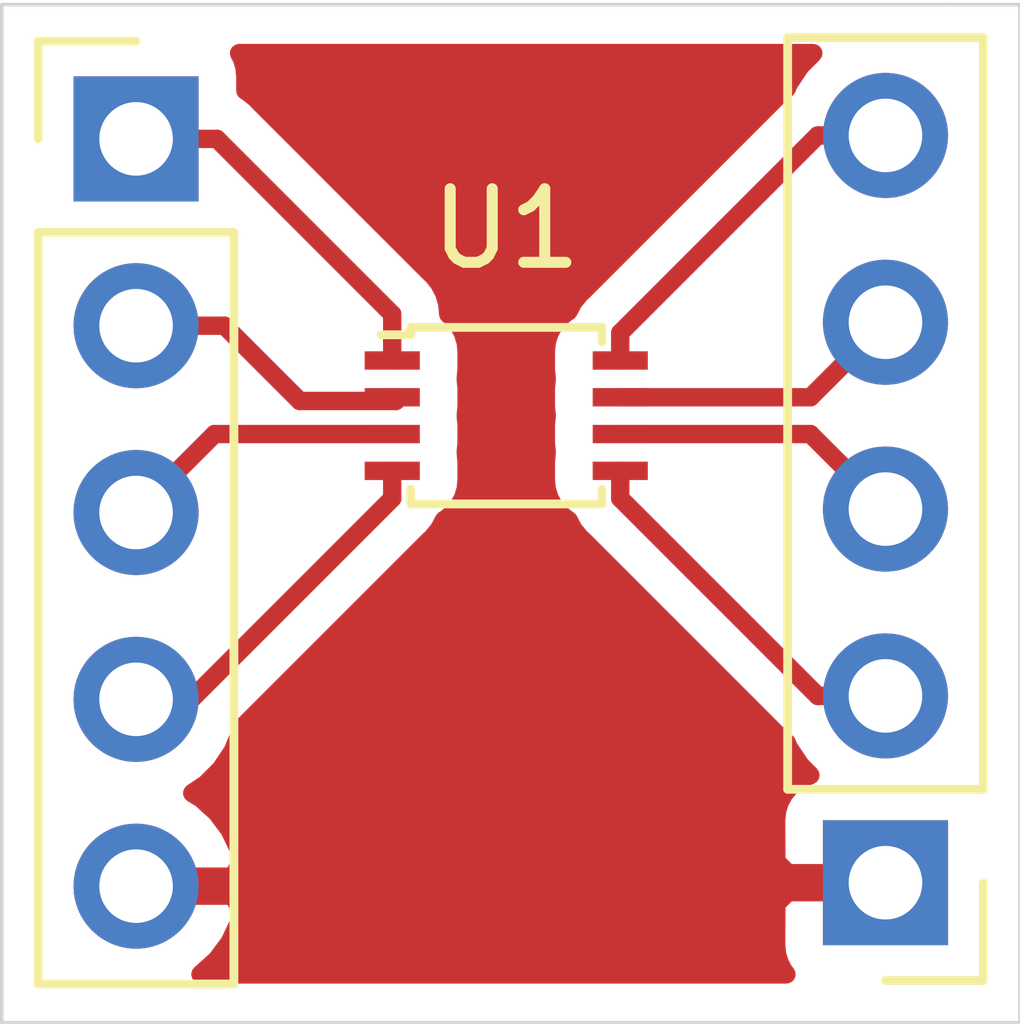
<source format=kicad_pcb>
(kicad_pcb (version 20171130) (host pcbnew 5.1.5+dfsg1-2build2)

  (general
    (thickness 1.6)
    (drawings 6)
    (tracks 26)
    (zones 0)
    (modules 3)
    (nets 10)
  )

  (page A4)
  (layers
    (0 F.Cu signal)
    (31 B.Cu signal)
    (32 B.Adhes user)
    (33 F.Adhes user)
    (34 B.Paste user)
    (35 F.Paste user)
    (36 B.SilkS user)
    (37 F.SilkS user)
    (38 B.Mask user)
    (39 F.Mask user)
    (40 Dwgs.User user)
    (41 Cmts.User user)
    (42 Eco1.User user)
    (43 Eco2.User user)
    (44 Edge.Cuts user)
    (45 Margin user)
    (46 B.CrtYd user)
    (47 F.CrtYd user)
    (48 B.Fab user)
    (49 F.Fab user)
  )

  (setup
    (last_trace_width 0.25)
    (trace_clearance 0.2)
    (zone_clearance 0.508)
    (zone_45_only no)
    (trace_min 0.2)
    (via_size 0.8)
    (via_drill 0.4)
    (via_min_size 0.4)
    (via_min_drill 0.3)
    (uvia_size 0.3)
    (uvia_drill 0.1)
    (uvias_allowed no)
    (uvia_min_size 0.2)
    (uvia_min_drill 0.1)
    (edge_width 0.05)
    (segment_width 0.2)
    (pcb_text_width 0.3)
    (pcb_text_size 1.5 1.5)
    (mod_edge_width 0.12)
    (mod_text_size 1 1)
    (mod_text_width 0.15)
    (pad_size 1.524 1.524)
    (pad_drill 0.762)
    (pad_to_mask_clearance 0.051)
    (solder_mask_min_width 0.25)
    (aux_axis_origin 0 0)
    (visible_elements FFFFFF7F)
    (pcbplotparams
      (layerselection 0x010fc_ffffffff)
      (usegerberextensions false)
      (usegerberattributes false)
      (usegerberadvancedattributes false)
      (creategerberjobfile false)
      (excludeedgelayer true)
      (linewidth 0.100000)
      (plotframeref false)
      (viasonmask false)
      (mode 1)
      (useauxorigin false)
      (hpglpennumber 1)
      (hpglpenspeed 20)
      (hpglpendiameter 15.000000)
      (psnegative false)
      (psa4output false)
      (plotreference true)
      (plotvalue true)
      (plotinvisibletext false)
      (padsonsilk false)
      (subtractmaskfromsilk false)
      (outputformat 1)
      (mirror false)
      (drillshape 1)
      (scaleselection 1)
      (outputdirectory ""))
  )

  (net 0 "")
  (net 1 "Net-(J1-Pad4)")
  (net 2 "Net-(J1-Pad3)")
  (net 3 "Net-(J1-Pad2)")
  (net 4 "Net-(J1-Pad1)")
  (net 5 "Net-(J2-Pad5)")
  (net 6 "Net-(J2-Pad4)")
  (net 7 "Net-(J2-Pad3)")
  (net 8 "Net-(J2-Pad2)")
  (net 9 GND)

  (net_class Default "This is the default net class."
    (clearance 0.2)
    (trace_width 0.25)
    (via_dia 0.8)
    (via_drill 0.4)
    (uvia_dia 0.3)
    (uvia_drill 0.1)
    (add_net GND)
    (add_net "Net-(J1-Pad1)")
    (add_net "Net-(J1-Pad2)")
    (add_net "Net-(J1-Pad3)")
    (add_net "Net-(J1-Pad4)")
    (add_net "Net-(J2-Pad2)")
    (add_net "Net-(J2-Pad3)")
    (add_net "Net-(J2-Pad4)")
    (add_net "Net-(J2-Pad5)")
  )

  (module Package_SO:VSSOP-8_2.4x2.1mm_P0.5mm (layer F.Cu) (tedit 5A02F25C) (tstamp 5EA7CE46)
    (at 18.923 17.653)
    (descr http://www.ti.com/lit/ml/mpds050d/mpds050d.pdf)
    (tags "VSSOP DCU R-PDSO-G8 Pitch0.5mm")
    (path /5EA7C475)
    (attr smd)
    (fp_text reference U1 (at 0 -2.54) (layer F.SilkS)
      (effects (font (size 1 1) (thickness 0.15)))
    )
    (fp_text value SSOP-8-I (at 0 2.413) (layer F.Fab)
      (effects (font (size 1 1) (thickness 0.15)))
    )
    (fp_text user %R (at 0 0) (layer F.Fab)
      (effects (font (size 0.5 0.5) (thickness 0.1)))
    )
    (fp_line (start -1.2 1.05) (end 1.2 1.05) (layer F.Fab) (width 0.1))
    (fp_line (start 1.2 1.05) (end 1.2 -1.05) (layer F.Fab) (width 0.1))
    (fp_line (start 1.2 -1.05) (end -0.9 -1.05) (layer F.Fab) (width 0.1))
    (fp_line (start -0.9 -1.05) (end -1.2 -0.7) (layer F.Fab) (width 0.1))
    (fp_line (start -1.2 -0.7) (end -1.2 1.05) (layer F.Fab) (width 0.1))
    (fp_line (start -1.3 1.2) (end 1.3 1.2) (layer F.SilkS) (width 0.12))
    (fp_line (start 1.3 1.2) (end 1.3 1) (layer F.SilkS) (width 0.12))
    (fp_line (start 1.3 -1) (end 1.3 -1.2) (layer F.SilkS) (width 0.12))
    (fp_line (start 1.3 -1.2) (end -1.3 -1.2) (layer F.SilkS) (width 0.12))
    (fp_line (start -1.3 -1.2) (end -1.3 -1.1) (layer F.SilkS) (width 0.12))
    (fp_line (start -1.3 -1.1) (end -1.7 -1.1) (layer F.SilkS) (width 0.12))
    (fp_line (start -1.3 1.2) (end -1.3 1) (layer F.SilkS) (width 0.12))
    (fp_line (start -2.18 -1.3) (end 2.18 -1.3) (layer F.CrtYd) (width 0.05))
    (fp_line (start 2.18 -1.3) (end 2.18 1.3) (layer F.CrtYd) (width 0.05))
    (fp_line (start 2.18 1.3) (end -2.18 1.3) (layer F.CrtYd) (width 0.05))
    (fp_line (start -2.18 1.3) (end -2.18 -1.3) (layer F.CrtYd) (width 0.05))
    (pad 8 smd rect (at 1.55 -0.75) (size 0.75 0.25) (layers F.Cu F.Paste F.Mask)
      (net 5 "Net-(J2-Pad5)"))
    (pad 7 smd rect (at 1.55 -0.25) (size 0.75 0.25) (layers F.Cu F.Paste F.Mask)
      (net 6 "Net-(J2-Pad4)"))
    (pad 6 smd rect (at 1.55 0.25) (size 0.75 0.25) (layers F.Cu F.Paste F.Mask)
      (net 7 "Net-(J2-Pad3)"))
    (pad 5 smd rect (at 1.55 0.75) (size 0.75 0.25) (layers F.Cu F.Paste F.Mask)
      (net 8 "Net-(J2-Pad2)"))
    (pad 4 smd rect (at -1.55 0.75) (size 0.75 0.25) (layers F.Cu F.Paste F.Mask)
      (net 1 "Net-(J1-Pad4)"))
    (pad 3 smd rect (at -1.55 0.25) (size 0.75 0.25) (layers F.Cu F.Paste F.Mask)
      (net 2 "Net-(J1-Pad3)"))
    (pad 2 smd rect (at -1.55 -0.25) (size 0.75 0.25) (layers F.Cu F.Paste F.Mask)
      (net 3 "Net-(J1-Pad2)"))
    (pad 1 smd rect (at -1.55 -0.75) (size 0.75 0.25) (layers F.Cu F.Paste F.Mask)
      (net 4 "Net-(J1-Pad1)"))
    (model ${KISYS3DMOD}/Package_SO.3dshapes/VSSOP-8_2.4x2.1mm_P0.5mm.wrl
      (at (xyz 0 0 0))
      (scale (xyz 1 1 1))
      (rotate (xyz 0 0 0))
    )
  )

  (module Connector_PinHeader_2.54mm:PinHeader_1x05_P2.54mm_Vertical (layer F.Cu) (tedit 59FED5CC) (tstamp 5EA7CF4D)
    (at 24.0792 24.003 180)
    (descr "Through hole straight pin header, 1x05, 2.54mm pitch, single row")
    (tags "Through hole pin header THT 1x05 2.54mm single row")
    (path /5EA7F42D)
    (fp_text reference J2 (at 0 -2.33) (layer F.SilkS) hide
      (effects (font (size 1 1) (thickness 0.15)))
    )
    (fp_text value Conn_01x05_Male (at 0 12.49) (layer F.Fab) hide
      (effects (font (size 1 1) (thickness 0.15)))
    )
    (fp_text user %R (at 0 5.08 90) (layer F.Fab)
      (effects (font (size 1 1) (thickness 0.15)))
    )
    (fp_line (start 1.8 -1.8) (end -1.8 -1.8) (layer F.CrtYd) (width 0.05))
    (fp_line (start 1.8 11.95) (end 1.8 -1.8) (layer F.CrtYd) (width 0.05))
    (fp_line (start -1.8 11.95) (end 1.8 11.95) (layer F.CrtYd) (width 0.05))
    (fp_line (start -1.8 -1.8) (end -1.8 11.95) (layer F.CrtYd) (width 0.05))
    (fp_line (start -1.33 -1.33) (end 0 -1.33) (layer F.SilkS) (width 0.12))
    (fp_line (start -1.33 0) (end -1.33 -1.33) (layer F.SilkS) (width 0.12))
    (fp_line (start -1.33 1.27) (end 1.33 1.27) (layer F.SilkS) (width 0.12))
    (fp_line (start 1.33 1.27) (end 1.33 11.49) (layer F.SilkS) (width 0.12))
    (fp_line (start -1.33 1.27) (end -1.33 11.49) (layer F.SilkS) (width 0.12))
    (fp_line (start -1.33 11.49) (end 1.33 11.49) (layer F.SilkS) (width 0.12))
    (fp_line (start -1.27 -0.635) (end -0.635 -1.27) (layer F.Fab) (width 0.1))
    (fp_line (start -1.27 11.43) (end -1.27 -0.635) (layer F.Fab) (width 0.1))
    (fp_line (start 1.27 11.43) (end -1.27 11.43) (layer F.Fab) (width 0.1))
    (fp_line (start 1.27 -1.27) (end 1.27 11.43) (layer F.Fab) (width 0.1))
    (fp_line (start -0.635 -1.27) (end 1.27 -1.27) (layer F.Fab) (width 0.1))
    (pad 5 thru_hole oval (at 0 10.16 180) (size 1.7 1.7) (drill 1) (layers *.Cu *.Mask)
      (net 5 "Net-(J2-Pad5)"))
    (pad 4 thru_hole oval (at 0 7.62 180) (size 1.7 1.7) (drill 1) (layers *.Cu *.Mask)
      (net 6 "Net-(J2-Pad4)"))
    (pad 3 thru_hole oval (at 0 5.08 180) (size 1.7 1.7) (drill 1) (layers *.Cu *.Mask)
      (net 7 "Net-(J2-Pad3)"))
    (pad 2 thru_hole oval (at 0 2.54 180) (size 1.7 1.7) (drill 1) (layers *.Cu *.Mask)
      (net 8 "Net-(J2-Pad2)"))
    (pad 1 thru_hole rect (at 0 0 180) (size 1.7 1.7) (drill 1) (layers *.Cu *.Mask)
      (net 9 GND))
    (model ${KISYS3DMOD}/Connector_PinHeader_2.54mm.3dshapes/PinHeader_1x05_P2.54mm_Vertical.wrl
      (at (xyz 0 0 0))
      (scale (xyz 1 1 1))
      (rotate (xyz 0 0 0))
    )
  )

  (module Connector_PinHeader_2.54mm:PinHeader_1x05_P2.54mm_Vertical (layer F.Cu) (tedit 59FED5CC) (tstamp 5EA7CB50)
    (at 13.890001 13.890001)
    (descr "Through hole straight pin header, 1x05, 2.54mm pitch, single row")
    (tags "Through hole pin header THT 1x05 2.54mm single row")
    (path /5EA7CD46)
    (fp_text reference J1 (at 0 -2.33) (layer F.SilkS) hide
      (effects (font (size 1 1) (thickness 0.15)))
    )
    (fp_text value Conn_01x05_Male (at 0 12.49) (layer F.Fab) hide
      (effects (font (size 1 1) (thickness 0.15)))
    )
    (fp_text user %R (at 0 5.08 90) (layer F.Fab)
      (effects (font (size 1 1) (thickness 0.15)))
    )
    (fp_line (start 1.8 -1.8) (end -1.8 -1.8) (layer F.CrtYd) (width 0.05))
    (fp_line (start 1.8 11.95) (end 1.8 -1.8) (layer F.CrtYd) (width 0.05))
    (fp_line (start -1.8 11.95) (end 1.8 11.95) (layer F.CrtYd) (width 0.05))
    (fp_line (start -1.8 -1.8) (end -1.8 11.95) (layer F.CrtYd) (width 0.05))
    (fp_line (start -1.33 -1.33) (end 0 -1.33) (layer F.SilkS) (width 0.12))
    (fp_line (start -1.33 0) (end -1.33 -1.33) (layer F.SilkS) (width 0.12))
    (fp_line (start -1.33 1.27) (end 1.33 1.27) (layer F.SilkS) (width 0.12))
    (fp_line (start 1.33 1.27) (end 1.33 11.49) (layer F.SilkS) (width 0.12))
    (fp_line (start -1.33 1.27) (end -1.33 11.49) (layer F.SilkS) (width 0.12))
    (fp_line (start -1.33 11.49) (end 1.33 11.49) (layer F.SilkS) (width 0.12))
    (fp_line (start -1.27 -0.635) (end -0.635 -1.27) (layer F.Fab) (width 0.1))
    (fp_line (start -1.27 11.43) (end -1.27 -0.635) (layer F.Fab) (width 0.1))
    (fp_line (start 1.27 11.43) (end -1.27 11.43) (layer F.Fab) (width 0.1))
    (fp_line (start 1.27 -1.27) (end 1.27 11.43) (layer F.Fab) (width 0.1))
    (fp_line (start -0.635 -1.27) (end 1.27 -1.27) (layer F.Fab) (width 0.1))
    (pad 5 thru_hole oval (at 0 10.16) (size 1.7 1.7) (drill 1) (layers *.Cu *.Mask)
      (net 9 GND))
    (pad 4 thru_hole oval (at 0 7.62) (size 1.7 1.7) (drill 1) (layers *.Cu *.Mask)
      (net 1 "Net-(J1-Pad4)"))
    (pad 3 thru_hole oval (at 0 5.08) (size 1.7 1.7) (drill 1) (layers *.Cu *.Mask)
      (net 2 "Net-(J1-Pad3)"))
    (pad 2 thru_hole oval (at 0 2.54) (size 1.7 1.7) (drill 1) (layers *.Cu *.Mask)
      (net 3 "Net-(J1-Pad2)"))
    (pad 1 thru_hole rect (at 0 0) (size 1.7 1.7) (drill 1) (layers *.Cu *.Mask)
      (net 4 "Net-(J1-Pad1)"))
    (model ${KISYS3DMOD}/Connector_PinHeader_2.54mm.3dshapes/PinHeader_1x05_P2.54mm_Vertical.wrl
      (at (xyz 0 0 0))
      (scale (xyz 1 1 1))
      (rotate (xyz 0 0 0))
    )
  )

  (gr_line (start 24.892 25.908) (end 25.908 25.908) (layer Edge.Cuts) (width 0.05) (tstamp 5EA8FEB1))
  (gr_line (start 25.908 12.065) (end 24.892 12.065) (layer Edge.Cuts) (width 0.05) (tstamp 5EA8FEB0))
  (gr_line (start 24.892 12.065) (end 12.065 12.065) (layer Edge.Cuts) (width 0.05) (tstamp 5EA7D03E))
  (gr_line (start 25.908 25.908) (end 25.908 12.065) (layer Edge.Cuts) (width 0.05))
  (gr_line (start 12.065 25.908) (end 24.892 25.908) (layer Edge.Cuts) (width 0.05))
  (gr_line (start 12.065 12.065) (end 12.065 25.908) (layer Edge.Cuts) (width 0.05))

  (segment (start 14.640999 21.510001) (end 13.890001 21.510001) (width 0.25) (layer F.Cu) (net 1))
  (segment (start 17.373 18.778) (end 14.640999 21.510001) (width 0.25) (layer F.Cu) (net 1))
  (segment (start 17.373 18.403) (end 17.373 18.778) (width 0.25) (layer F.Cu) (net 1))
  (segment (start 14.195002 18.665) (end 13.890001 18.970001) (width 0.25) (layer F.Cu) (net 2))
  (segment (start 14.957002 17.903) (end 17.373 17.903) (width 0.25) (layer F.Cu) (net 2))
  (segment (start 13.890001 18.970001) (end 14.957002 17.903) (width 0.25) (layer F.Cu) (net 2))
  (segment (start 17.422999 17.452999) (end 17.373 17.403) (width 0.25) (layer F.Cu) (net 3))
  (segment (start 13.890001 16.430001) (end 15.092082 16.430001) (width 0.25) (layer F.Cu) (net 3))
  (segment (start 16.11508 17.452999) (end 17.422999 17.452999) (width 0.25) (layer F.Cu) (net 3))
  (segment (start 15.092082 16.430001) (end 16.11508 17.452999) (width 0.25) (layer F.Cu) (net 3))
  (segment (start 17.373 16.273) (end 17.373 16.528) (width 0.25) (layer F.Cu) (net 4))
  (segment (start 14.990001 13.890001) (end 17.373 16.273) (width 0.25) (layer F.Cu) (net 4))
  (segment (start 17.373 16.528) (end 17.373 16.903) (width 0.25) (layer F.Cu) (net 4))
  (segment (start 13.890001 13.890001) (end 14.990001 13.890001) (width 0.25) (layer F.Cu) (net 4))
  (segment (start 23.158 13.843) (end 24.0792 13.843) (width 0.25) (layer F.Cu) (net 5))
  (segment (start 20.473 16.528) (end 23.158 13.843) (width 0.25) (layer F.Cu) (net 5))
  (segment (start 20.473 16.903) (end 20.473 16.528) (width 0.25) (layer F.Cu) (net 5))
  (segment (start 23.0592 17.403) (end 24.0792 16.383) (width 0.25) (layer F.Cu) (net 6))
  (segment (start 20.473 17.403) (end 23.0592 17.403) (width 0.25) (layer F.Cu) (net 6))
  (segment (start 23.0592 17.903) (end 24.0792 18.923) (width 0.25) (layer F.Cu) (net 7))
  (segment (start 20.473 17.903) (end 23.0592 17.903) (width 0.25) (layer F.Cu) (net 7))
  (segment (start 23.158 21.463) (end 24.0792 21.463) (width 0.25) (layer F.Cu) (net 8))
  (segment (start 20.473 18.778) (end 23.158 21.463) (width 0.25) (layer F.Cu) (net 8))
  (segment (start 20.473 18.403) (end 20.473 18.778) (width 0.25) (layer F.Cu) (net 8))
  (segment (start 13.890001 24.050001) (end 17.192001 24.050001) (width 0.25) (layer F.Cu) (net 9))
  (segment (start 22.987 24.003) (end 18.288 24.003) (width 0.25) (layer F.Cu) (net 9))

  (zone (net 9) (net_name GND) (layer F.Cu) (tstamp 0) (hatch edge 0.508)
    (connect_pads (clearance 0.508))
    (min_thickness 0.254)
    (fill yes (arc_segments 32) (thermal_gap 0.508) (thermal_bridge_width 0.508))
    (polygon
      (pts
        (xy 25.908 25.8445) (xy 12.065 25.908) (xy 12.065 12.065) (xy 25.908 12.0015)
      )
    )
    (filled_polygon
      (pts
        (xy 22.925725 12.896368) (xy 22.76321 13.139589) (xy 22.735186 13.207244) (xy 22.733724 13.208026) (xy 22.733722 13.208027)
        (xy 22.733723 13.208027) (xy 22.646996 13.279201) (xy 22.646992 13.279205) (xy 22.617999 13.302999) (xy 22.594205 13.331992)
        (xy 19.962001 15.964198) (xy 19.932999 15.987999) (xy 19.838026 16.103724) (xy 19.76827 16.234226) (xy 19.743506 16.247463)
        (xy 19.646815 16.326815) (xy 19.567463 16.423506) (xy 19.508498 16.53382) (xy 19.472188 16.653518) (xy 19.459928 16.778)
        (xy 19.459928 17.028) (xy 19.472188 17.152482) (xy 19.472345 17.153) (xy 19.472188 17.153518) (xy 19.459928 17.278)
        (xy 19.459928 17.528) (xy 19.472188 17.652482) (xy 19.472345 17.653) (xy 19.472188 17.653518) (xy 19.459928 17.778)
        (xy 19.459928 18.028) (xy 19.472188 18.152482) (xy 19.472345 18.153) (xy 19.472188 18.153518) (xy 19.459928 18.278)
        (xy 19.459928 18.528) (xy 19.472188 18.652482) (xy 19.508498 18.77218) (xy 19.567463 18.882494) (xy 19.646815 18.979185)
        (xy 19.743506 19.058537) (xy 19.76827 19.071774) (xy 19.838026 19.202276) (xy 19.932999 19.318001) (xy 19.962001 19.341802)
        (xy 22.594205 21.974008) (xy 22.617999 22.003001) (xy 22.646992 22.026795) (xy 22.646996 22.026799) (xy 22.704268 22.0738)
        (xy 22.733724 22.097974) (xy 22.735186 22.098756) (xy 22.76321 22.166411) (xy 22.925725 22.409632) (xy 23.05758 22.541487)
        (xy 22.98502 22.563498) (xy 22.874706 22.622463) (xy 22.778015 22.701815) (xy 22.698663 22.798506) (xy 22.639698 22.90882)
        (xy 22.603388 23.028518) (xy 22.591128 23.153) (xy 22.5942 23.71725) (xy 22.75295 23.876) (xy 23.9522 23.876)
        (xy 23.9522 23.856) (xy 24.2062 23.856) (xy 24.2062 23.876) (xy 24.232 23.876) (xy 24.232 24.13)
        (xy 24.2062 24.13) (xy 24.2062 24.15) (xy 23.9522 24.15) (xy 23.9522 24.13) (xy 22.75295 24.13)
        (xy 22.5942 24.28875) (xy 22.591128 24.853) (xy 22.603388 24.977482) (xy 22.639698 25.09718) (xy 22.698663 25.207494)
        (xy 22.731905 25.248) (xy 14.76662 25.248) (xy 14.771356 25.245179) (xy 14.987589 25.05027) (xy 15.161642 24.816921)
        (xy 15.286826 24.5541) (xy 15.331477 24.406891) (xy 15.210156 24.177001) (xy 14.017001 24.177001) (xy 14.017001 24.197001)
        (xy 13.763001 24.197001) (xy 13.763001 24.177001) (xy 13.743001 24.177001) (xy 13.743001 23.923001) (xy 13.763001 23.923001)
        (xy 13.763001 23.903001) (xy 14.017001 23.903001) (xy 14.017001 23.923001) (xy 15.210156 23.923001) (xy 15.331477 23.693111)
        (xy 15.286826 23.545902) (xy 15.161642 23.283081) (xy 14.987589 23.049732) (xy 14.771356 22.854823) (xy 14.654467 22.785196)
        (xy 14.836633 22.663476) (xy 15.043476 22.456633) (xy 15.205991 22.213412) (xy 15.317933 21.943159) (xy 15.326696 21.899105)
        (xy 17.884003 19.341799) (xy 17.913001 19.318001) (xy 18.007974 19.202276) (xy 18.07773 19.071774) (xy 18.102494 19.058537)
        (xy 18.199185 18.979185) (xy 18.278537 18.882494) (xy 18.337502 18.77218) (xy 18.373812 18.652482) (xy 18.386072 18.528)
        (xy 18.386072 18.278) (xy 18.373812 18.153518) (xy 18.373655 18.153) (xy 18.373812 18.152482) (xy 18.386072 18.028)
        (xy 18.386072 17.778) (xy 18.373812 17.653518) (xy 18.373655 17.653) (xy 18.373812 17.652482) (xy 18.386072 17.528)
        (xy 18.386072 17.278) (xy 18.373812 17.153518) (xy 18.373655 17.153) (xy 18.373812 17.152482) (xy 18.386072 17.028)
        (xy 18.386072 16.778) (xy 18.373812 16.653518) (xy 18.337502 16.53382) (xy 18.278537 16.423506) (xy 18.199185 16.326815)
        (xy 18.136448 16.275328) (xy 18.136677 16.273) (xy 18.122003 16.124014) (xy 18.078546 15.980753) (xy 18.007974 15.848724)
        (xy 17.936799 15.761997) (xy 17.913001 15.732999) (xy 17.884004 15.709202) (xy 15.553805 13.379004) (xy 15.530002 13.35)
        (xy 15.414277 13.255027) (xy 15.378073 13.235675) (xy 15.378073 13.040001) (xy 15.365813 12.915519) (xy 15.329503 12.795821)
        (xy 15.291648 12.725) (xy 23.097093 12.725)
      )
    )
  )
)

</source>
